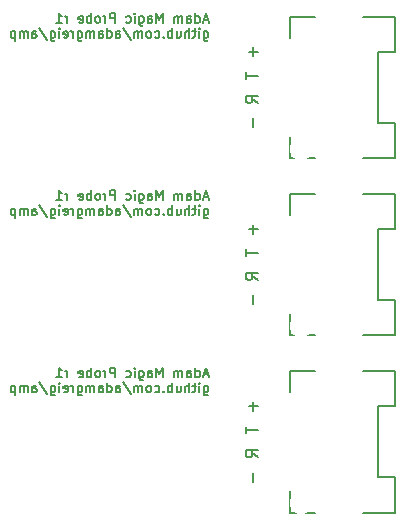
<source format=gbo>
G04 #@! TF.FileFunction,Legend,Bot*
%FSLAX46Y46*%
G04 Gerber Fmt 4.6, Leading zero omitted, Abs format (unit mm)*
G04 Created by KiCad (PCBNEW 0.201512311516+6410~40~ubuntu14.04.1-stable) date Sun 03 Jan 2016 05:14:07 GMT*
%MOMM*%
G01*
G04 APERTURE LIST*
%ADD10C,0.100000*%
%ADD11C,0.150000*%
%ADD12C,1.000000*%
%ADD13R,3.800000X1.800000*%
%ADD14C,0.900000*%
%ADD15C,1.900000*%
%ADD16R,3.000000X1.000000*%
G04 APERTURE END LIST*
D10*
D11*
X129971429Y-88119048D02*
X129971429Y-88880953D01*
X130352381Y-86809524D02*
X129876190Y-86476190D01*
X130352381Y-86238095D02*
X129352381Y-86238095D01*
X129352381Y-86619048D01*
X129400000Y-86714286D01*
X129447619Y-86761905D01*
X129542857Y-86809524D01*
X129685714Y-86809524D01*
X129780952Y-86761905D01*
X129828571Y-86714286D01*
X129876190Y-86619048D01*
X129876190Y-86238095D01*
X129352381Y-84214286D02*
X129352381Y-84785715D01*
X130352381Y-84500000D02*
X129352381Y-84500000D01*
X126147619Y-79798333D02*
X125766667Y-79798333D01*
X126223810Y-80026905D02*
X125957143Y-79226905D01*
X125690476Y-80026905D01*
X125080953Y-80026905D02*
X125080953Y-79226905D01*
X125080953Y-79988810D02*
X125157143Y-80026905D01*
X125309524Y-80026905D01*
X125385715Y-79988810D01*
X125423810Y-79950714D01*
X125461905Y-79874524D01*
X125461905Y-79645952D01*
X125423810Y-79569762D01*
X125385715Y-79531667D01*
X125309524Y-79493571D01*
X125157143Y-79493571D01*
X125080953Y-79531667D01*
X124357143Y-80026905D02*
X124357143Y-79607857D01*
X124395238Y-79531667D01*
X124471428Y-79493571D01*
X124623809Y-79493571D01*
X124700000Y-79531667D01*
X124357143Y-79988810D02*
X124433333Y-80026905D01*
X124623809Y-80026905D01*
X124700000Y-79988810D01*
X124738095Y-79912619D01*
X124738095Y-79836429D01*
X124700000Y-79760238D01*
X124623809Y-79722143D01*
X124433333Y-79722143D01*
X124357143Y-79684048D01*
X123976190Y-80026905D02*
X123976190Y-79493571D01*
X123976190Y-79569762D02*
X123938095Y-79531667D01*
X123861904Y-79493571D01*
X123747618Y-79493571D01*
X123671428Y-79531667D01*
X123633333Y-79607857D01*
X123633333Y-80026905D01*
X123633333Y-79607857D02*
X123595237Y-79531667D01*
X123519047Y-79493571D01*
X123404761Y-79493571D01*
X123328571Y-79531667D01*
X123290476Y-79607857D01*
X123290476Y-80026905D01*
X122299999Y-80026905D02*
X122299999Y-79226905D01*
X122033332Y-79798333D01*
X121766665Y-79226905D01*
X121766665Y-80026905D01*
X121042856Y-80026905D02*
X121042856Y-79607857D01*
X121080951Y-79531667D01*
X121157141Y-79493571D01*
X121309522Y-79493571D01*
X121385713Y-79531667D01*
X121042856Y-79988810D02*
X121119046Y-80026905D01*
X121309522Y-80026905D01*
X121385713Y-79988810D01*
X121423808Y-79912619D01*
X121423808Y-79836429D01*
X121385713Y-79760238D01*
X121309522Y-79722143D01*
X121119046Y-79722143D01*
X121042856Y-79684048D01*
X120319046Y-79493571D02*
X120319046Y-80141190D01*
X120357141Y-80217381D01*
X120395236Y-80255476D01*
X120471427Y-80293571D01*
X120585712Y-80293571D01*
X120661903Y-80255476D01*
X120319046Y-79988810D02*
X120395236Y-80026905D01*
X120547617Y-80026905D01*
X120623808Y-79988810D01*
X120661903Y-79950714D01*
X120699998Y-79874524D01*
X120699998Y-79645952D01*
X120661903Y-79569762D01*
X120623808Y-79531667D01*
X120547617Y-79493571D01*
X120395236Y-79493571D01*
X120319046Y-79531667D01*
X119938093Y-80026905D02*
X119938093Y-79493571D01*
X119938093Y-79226905D02*
X119976188Y-79265000D01*
X119938093Y-79303095D01*
X119899998Y-79265000D01*
X119938093Y-79226905D01*
X119938093Y-79303095D01*
X119214284Y-79988810D02*
X119290474Y-80026905D01*
X119442855Y-80026905D01*
X119519046Y-79988810D01*
X119557141Y-79950714D01*
X119595236Y-79874524D01*
X119595236Y-79645952D01*
X119557141Y-79569762D01*
X119519046Y-79531667D01*
X119442855Y-79493571D01*
X119290474Y-79493571D01*
X119214284Y-79531667D01*
X118261903Y-80026905D02*
X118261903Y-79226905D01*
X117957141Y-79226905D01*
X117880950Y-79265000D01*
X117842855Y-79303095D01*
X117804760Y-79379286D01*
X117804760Y-79493571D01*
X117842855Y-79569762D01*
X117880950Y-79607857D01*
X117957141Y-79645952D01*
X118261903Y-79645952D01*
X117461903Y-80026905D02*
X117461903Y-79493571D01*
X117461903Y-79645952D02*
X117423808Y-79569762D01*
X117385712Y-79531667D01*
X117309522Y-79493571D01*
X117233331Y-79493571D01*
X116852379Y-80026905D02*
X116928570Y-79988810D01*
X116966665Y-79950714D01*
X117004760Y-79874524D01*
X117004760Y-79645952D01*
X116966665Y-79569762D01*
X116928570Y-79531667D01*
X116852379Y-79493571D01*
X116738093Y-79493571D01*
X116661903Y-79531667D01*
X116623808Y-79569762D01*
X116585712Y-79645952D01*
X116585712Y-79874524D01*
X116623808Y-79950714D01*
X116661903Y-79988810D01*
X116738093Y-80026905D01*
X116852379Y-80026905D01*
X116242855Y-80026905D02*
X116242855Y-79226905D01*
X116242855Y-79531667D02*
X116166664Y-79493571D01*
X116014283Y-79493571D01*
X115938093Y-79531667D01*
X115899998Y-79569762D01*
X115861902Y-79645952D01*
X115861902Y-79874524D01*
X115899998Y-79950714D01*
X115938093Y-79988810D01*
X116014283Y-80026905D01*
X116166664Y-80026905D01*
X116242855Y-79988810D01*
X115214283Y-79988810D02*
X115290473Y-80026905D01*
X115442854Y-80026905D01*
X115519045Y-79988810D01*
X115557140Y-79912619D01*
X115557140Y-79607857D01*
X115519045Y-79531667D01*
X115442854Y-79493571D01*
X115290473Y-79493571D01*
X115214283Y-79531667D01*
X115176188Y-79607857D01*
X115176188Y-79684048D01*
X115557140Y-79760238D01*
X114223807Y-80026905D02*
X114223807Y-79493571D01*
X114223807Y-79645952D02*
X114185712Y-79569762D01*
X114147616Y-79531667D01*
X114071426Y-79493571D01*
X113995235Y-79493571D01*
X113309521Y-80026905D02*
X113766664Y-80026905D01*
X113538093Y-80026905D02*
X113538093Y-79226905D01*
X113614283Y-79341190D01*
X113690474Y-79417381D01*
X113766664Y-79455476D01*
X125766667Y-80763571D02*
X125766667Y-81411190D01*
X125804762Y-81487381D01*
X125842857Y-81525476D01*
X125919048Y-81563571D01*
X126033333Y-81563571D01*
X126109524Y-81525476D01*
X125766667Y-81258810D02*
X125842857Y-81296905D01*
X125995238Y-81296905D01*
X126071429Y-81258810D01*
X126109524Y-81220714D01*
X126147619Y-81144524D01*
X126147619Y-80915952D01*
X126109524Y-80839762D01*
X126071429Y-80801667D01*
X125995238Y-80763571D01*
X125842857Y-80763571D01*
X125766667Y-80801667D01*
X125385714Y-81296905D02*
X125385714Y-80763571D01*
X125385714Y-80496905D02*
X125423809Y-80535000D01*
X125385714Y-80573095D01*
X125347619Y-80535000D01*
X125385714Y-80496905D01*
X125385714Y-80573095D01*
X125119048Y-80763571D02*
X124814286Y-80763571D01*
X125004762Y-80496905D02*
X125004762Y-81182619D01*
X124966667Y-81258810D01*
X124890476Y-81296905D01*
X124814286Y-81296905D01*
X124547619Y-81296905D02*
X124547619Y-80496905D01*
X124204762Y-81296905D02*
X124204762Y-80877857D01*
X124242857Y-80801667D01*
X124319047Y-80763571D01*
X124433333Y-80763571D01*
X124509524Y-80801667D01*
X124547619Y-80839762D01*
X123480952Y-80763571D02*
X123480952Y-81296905D01*
X123823809Y-80763571D02*
X123823809Y-81182619D01*
X123785714Y-81258810D01*
X123709523Y-81296905D01*
X123595237Y-81296905D01*
X123519047Y-81258810D01*
X123480952Y-81220714D01*
X123099999Y-81296905D02*
X123099999Y-80496905D01*
X123099999Y-80801667D02*
X123023808Y-80763571D01*
X122871427Y-80763571D01*
X122795237Y-80801667D01*
X122757142Y-80839762D01*
X122719046Y-80915952D01*
X122719046Y-81144524D01*
X122757142Y-81220714D01*
X122795237Y-81258810D01*
X122871427Y-81296905D01*
X123023808Y-81296905D01*
X123099999Y-81258810D01*
X122376189Y-81220714D02*
X122338094Y-81258810D01*
X122376189Y-81296905D01*
X122414284Y-81258810D01*
X122376189Y-81220714D01*
X122376189Y-81296905D01*
X121652380Y-81258810D02*
X121728570Y-81296905D01*
X121880951Y-81296905D01*
X121957142Y-81258810D01*
X121995237Y-81220714D01*
X122033332Y-81144524D01*
X122033332Y-80915952D01*
X121995237Y-80839762D01*
X121957142Y-80801667D01*
X121880951Y-80763571D01*
X121728570Y-80763571D01*
X121652380Y-80801667D01*
X121195237Y-81296905D02*
X121271428Y-81258810D01*
X121309523Y-81220714D01*
X121347618Y-81144524D01*
X121347618Y-80915952D01*
X121309523Y-80839762D01*
X121271428Y-80801667D01*
X121195237Y-80763571D01*
X121080951Y-80763571D01*
X121004761Y-80801667D01*
X120966666Y-80839762D01*
X120928570Y-80915952D01*
X120928570Y-81144524D01*
X120966666Y-81220714D01*
X121004761Y-81258810D01*
X121080951Y-81296905D01*
X121195237Y-81296905D01*
X120585713Y-81296905D02*
X120585713Y-80763571D01*
X120585713Y-80839762D02*
X120547618Y-80801667D01*
X120471427Y-80763571D01*
X120357141Y-80763571D01*
X120280951Y-80801667D01*
X120242856Y-80877857D01*
X120242856Y-81296905D01*
X120242856Y-80877857D02*
X120204760Y-80801667D01*
X120128570Y-80763571D01*
X120014284Y-80763571D01*
X119938094Y-80801667D01*
X119899999Y-80877857D01*
X119899999Y-81296905D01*
X118947617Y-80458810D02*
X119633332Y-81487381D01*
X118338094Y-81296905D02*
X118338094Y-80877857D01*
X118376189Y-80801667D01*
X118452379Y-80763571D01*
X118604760Y-80763571D01*
X118680951Y-80801667D01*
X118338094Y-81258810D02*
X118414284Y-81296905D01*
X118604760Y-81296905D01*
X118680951Y-81258810D01*
X118719046Y-81182619D01*
X118719046Y-81106429D01*
X118680951Y-81030238D01*
X118604760Y-80992143D01*
X118414284Y-80992143D01*
X118338094Y-80954048D01*
X117614284Y-81296905D02*
X117614284Y-80496905D01*
X117614284Y-81258810D02*
X117690474Y-81296905D01*
X117842855Y-81296905D01*
X117919046Y-81258810D01*
X117957141Y-81220714D01*
X117995236Y-81144524D01*
X117995236Y-80915952D01*
X117957141Y-80839762D01*
X117919046Y-80801667D01*
X117842855Y-80763571D01*
X117690474Y-80763571D01*
X117614284Y-80801667D01*
X116890474Y-81296905D02*
X116890474Y-80877857D01*
X116928569Y-80801667D01*
X117004759Y-80763571D01*
X117157140Y-80763571D01*
X117233331Y-80801667D01*
X116890474Y-81258810D02*
X116966664Y-81296905D01*
X117157140Y-81296905D01*
X117233331Y-81258810D01*
X117271426Y-81182619D01*
X117271426Y-81106429D01*
X117233331Y-81030238D01*
X117157140Y-80992143D01*
X116966664Y-80992143D01*
X116890474Y-80954048D01*
X116509521Y-81296905D02*
X116509521Y-80763571D01*
X116509521Y-80839762D02*
X116471426Y-80801667D01*
X116395235Y-80763571D01*
X116280949Y-80763571D01*
X116204759Y-80801667D01*
X116166664Y-80877857D01*
X116166664Y-81296905D01*
X116166664Y-80877857D02*
X116128568Y-80801667D01*
X116052378Y-80763571D01*
X115938092Y-80763571D01*
X115861902Y-80801667D01*
X115823807Y-80877857D01*
X115823807Y-81296905D01*
X115099997Y-80763571D02*
X115099997Y-81411190D01*
X115138092Y-81487381D01*
X115176187Y-81525476D01*
X115252378Y-81563571D01*
X115366663Y-81563571D01*
X115442854Y-81525476D01*
X115099997Y-81258810D02*
X115176187Y-81296905D01*
X115328568Y-81296905D01*
X115404759Y-81258810D01*
X115442854Y-81220714D01*
X115480949Y-81144524D01*
X115480949Y-80915952D01*
X115442854Y-80839762D01*
X115404759Y-80801667D01*
X115328568Y-80763571D01*
X115176187Y-80763571D01*
X115099997Y-80801667D01*
X114719044Y-81296905D02*
X114719044Y-80763571D01*
X114719044Y-80915952D02*
X114680949Y-80839762D01*
X114642853Y-80801667D01*
X114566663Y-80763571D01*
X114490472Y-80763571D01*
X113919044Y-81258810D02*
X113995234Y-81296905D01*
X114147615Y-81296905D01*
X114223806Y-81258810D01*
X114261901Y-81182619D01*
X114261901Y-80877857D01*
X114223806Y-80801667D01*
X114147615Y-80763571D01*
X113995234Y-80763571D01*
X113919044Y-80801667D01*
X113880949Y-80877857D01*
X113880949Y-80954048D01*
X114261901Y-81030238D01*
X113538092Y-81296905D02*
X113538092Y-80763571D01*
X113538092Y-80496905D02*
X113576187Y-80535000D01*
X113538092Y-80573095D01*
X113499997Y-80535000D01*
X113538092Y-80496905D01*
X113538092Y-80573095D01*
X112814283Y-80763571D02*
X112814283Y-81411190D01*
X112852378Y-81487381D01*
X112890473Y-81525476D01*
X112966664Y-81563571D01*
X113080949Y-81563571D01*
X113157140Y-81525476D01*
X112814283Y-81258810D02*
X112890473Y-81296905D01*
X113042854Y-81296905D01*
X113119045Y-81258810D01*
X113157140Y-81220714D01*
X113195235Y-81144524D01*
X113195235Y-80915952D01*
X113157140Y-80839762D01*
X113119045Y-80801667D01*
X113042854Y-80763571D01*
X112890473Y-80763571D01*
X112814283Y-80801667D01*
X111861901Y-80458810D02*
X112547616Y-81487381D01*
X111252378Y-81296905D02*
X111252378Y-80877857D01*
X111290473Y-80801667D01*
X111366663Y-80763571D01*
X111519044Y-80763571D01*
X111595235Y-80801667D01*
X111252378Y-81258810D02*
X111328568Y-81296905D01*
X111519044Y-81296905D01*
X111595235Y-81258810D01*
X111633330Y-81182619D01*
X111633330Y-81106429D01*
X111595235Y-81030238D01*
X111519044Y-80992143D01*
X111328568Y-80992143D01*
X111252378Y-80954048D01*
X110871425Y-81296905D02*
X110871425Y-80763571D01*
X110871425Y-80839762D02*
X110833330Y-80801667D01*
X110757139Y-80763571D01*
X110642853Y-80763571D01*
X110566663Y-80801667D01*
X110528568Y-80877857D01*
X110528568Y-81296905D01*
X110528568Y-80877857D02*
X110490472Y-80801667D01*
X110414282Y-80763571D01*
X110299996Y-80763571D01*
X110223806Y-80801667D01*
X110185711Y-80877857D01*
X110185711Y-81296905D01*
X109804758Y-80763571D02*
X109804758Y-81563571D01*
X109804758Y-80801667D02*
X109728567Y-80763571D01*
X109576186Y-80763571D01*
X109499996Y-80801667D01*
X109461901Y-80839762D01*
X109423805Y-80915952D01*
X109423805Y-81144524D01*
X109461901Y-81220714D01*
X109499996Y-81258810D01*
X109576186Y-81296905D01*
X109728567Y-81296905D01*
X109804758Y-81258810D01*
X129971429Y-82119048D02*
X129971429Y-82880953D01*
X130352381Y-82500001D02*
X129590476Y-82500001D01*
X129971429Y-103119048D02*
X129971429Y-103880953D01*
X130352381Y-101809524D02*
X129876190Y-101476190D01*
X130352381Y-101238095D02*
X129352381Y-101238095D01*
X129352381Y-101619048D01*
X129400000Y-101714286D01*
X129447619Y-101761905D01*
X129542857Y-101809524D01*
X129685714Y-101809524D01*
X129780952Y-101761905D01*
X129828571Y-101714286D01*
X129876190Y-101619048D01*
X129876190Y-101238095D01*
X129352381Y-99214286D02*
X129352381Y-99785715D01*
X130352381Y-99500000D02*
X129352381Y-99500000D01*
X126147619Y-94798333D02*
X125766667Y-94798333D01*
X126223810Y-95026905D02*
X125957143Y-94226905D01*
X125690476Y-95026905D01*
X125080953Y-95026905D02*
X125080953Y-94226905D01*
X125080953Y-94988810D02*
X125157143Y-95026905D01*
X125309524Y-95026905D01*
X125385715Y-94988810D01*
X125423810Y-94950714D01*
X125461905Y-94874524D01*
X125461905Y-94645952D01*
X125423810Y-94569762D01*
X125385715Y-94531667D01*
X125309524Y-94493571D01*
X125157143Y-94493571D01*
X125080953Y-94531667D01*
X124357143Y-95026905D02*
X124357143Y-94607857D01*
X124395238Y-94531667D01*
X124471428Y-94493571D01*
X124623809Y-94493571D01*
X124700000Y-94531667D01*
X124357143Y-94988810D02*
X124433333Y-95026905D01*
X124623809Y-95026905D01*
X124700000Y-94988810D01*
X124738095Y-94912619D01*
X124738095Y-94836429D01*
X124700000Y-94760238D01*
X124623809Y-94722143D01*
X124433333Y-94722143D01*
X124357143Y-94684048D01*
X123976190Y-95026905D02*
X123976190Y-94493571D01*
X123976190Y-94569762D02*
X123938095Y-94531667D01*
X123861904Y-94493571D01*
X123747618Y-94493571D01*
X123671428Y-94531667D01*
X123633333Y-94607857D01*
X123633333Y-95026905D01*
X123633333Y-94607857D02*
X123595237Y-94531667D01*
X123519047Y-94493571D01*
X123404761Y-94493571D01*
X123328571Y-94531667D01*
X123290476Y-94607857D01*
X123290476Y-95026905D01*
X122299999Y-95026905D02*
X122299999Y-94226905D01*
X122033332Y-94798333D01*
X121766665Y-94226905D01*
X121766665Y-95026905D01*
X121042856Y-95026905D02*
X121042856Y-94607857D01*
X121080951Y-94531667D01*
X121157141Y-94493571D01*
X121309522Y-94493571D01*
X121385713Y-94531667D01*
X121042856Y-94988810D02*
X121119046Y-95026905D01*
X121309522Y-95026905D01*
X121385713Y-94988810D01*
X121423808Y-94912619D01*
X121423808Y-94836429D01*
X121385713Y-94760238D01*
X121309522Y-94722143D01*
X121119046Y-94722143D01*
X121042856Y-94684048D01*
X120319046Y-94493571D02*
X120319046Y-95141190D01*
X120357141Y-95217381D01*
X120395236Y-95255476D01*
X120471427Y-95293571D01*
X120585712Y-95293571D01*
X120661903Y-95255476D01*
X120319046Y-94988810D02*
X120395236Y-95026905D01*
X120547617Y-95026905D01*
X120623808Y-94988810D01*
X120661903Y-94950714D01*
X120699998Y-94874524D01*
X120699998Y-94645952D01*
X120661903Y-94569762D01*
X120623808Y-94531667D01*
X120547617Y-94493571D01*
X120395236Y-94493571D01*
X120319046Y-94531667D01*
X119938093Y-95026905D02*
X119938093Y-94493571D01*
X119938093Y-94226905D02*
X119976188Y-94265000D01*
X119938093Y-94303095D01*
X119899998Y-94265000D01*
X119938093Y-94226905D01*
X119938093Y-94303095D01*
X119214284Y-94988810D02*
X119290474Y-95026905D01*
X119442855Y-95026905D01*
X119519046Y-94988810D01*
X119557141Y-94950714D01*
X119595236Y-94874524D01*
X119595236Y-94645952D01*
X119557141Y-94569762D01*
X119519046Y-94531667D01*
X119442855Y-94493571D01*
X119290474Y-94493571D01*
X119214284Y-94531667D01*
X118261903Y-95026905D02*
X118261903Y-94226905D01*
X117957141Y-94226905D01*
X117880950Y-94265000D01*
X117842855Y-94303095D01*
X117804760Y-94379286D01*
X117804760Y-94493571D01*
X117842855Y-94569762D01*
X117880950Y-94607857D01*
X117957141Y-94645952D01*
X118261903Y-94645952D01*
X117461903Y-95026905D02*
X117461903Y-94493571D01*
X117461903Y-94645952D02*
X117423808Y-94569762D01*
X117385712Y-94531667D01*
X117309522Y-94493571D01*
X117233331Y-94493571D01*
X116852379Y-95026905D02*
X116928570Y-94988810D01*
X116966665Y-94950714D01*
X117004760Y-94874524D01*
X117004760Y-94645952D01*
X116966665Y-94569762D01*
X116928570Y-94531667D01*
X116852379Y-94493571D01*
X116738093Y-94493571D01*
X116661903Y-94531667D01*
X116623808Y-94569762D01*
X116585712Y-94645952D01*
X116585712Y-94874524D01*
X116623808Y-94950714D01*
X116661903Y-94988810D01*
X116738093Y-95026905D01*
X116852379Y-95026905D01*
X116242855Y-95026905D02*
X116242855Y-94226905D01*
X116242855Y-94531667D02*
X116166664Y-94493571D01*
X116014283Y-94493571D01*
X115938093Y-94531667D01*
X115899998Y-94569762D01*
X115861902Y-94645952D01*
X115861902Y-94874524D01*
X115899998Y-94950714D01*
X115938093Y-94988810D01*
X116014283Y-95026905D01*
X116166664Y-95026905D01*
X116242855Y-94988810D01*
X115214283Y-94988810D02*
X115290473Y-95026905D01*
X115442854Y-95026905D01*
X115519045Y-94988810D01*
X115557140Y-94912619D01*
X115557140Y-94607857D01*
X115519045Y-94531667D01*
X115442854Y-94493571D01*
X115290473Y-94493571D01*
X115214283Y-94531667D01*
X115176188Y-94607857D01*
X115176188Y-94684048D01*
X115557140Y-94760238D01*
X114223807Y-95026905D02*
X114223807Y-94493571D01*
X114223807Y-94645952D02*
X114185712Y-94569762D01*
X114147616Y-94531667D01*
X114071426Y-94493571D01*
X113995235Y-94493571D01*
X113309521Y-95026905D02*
X113766664Y-95026905D01*
X113538093Y-95026905D02*
X113538093Y-94226905D01*
X113614283Y-94341190D01*
X113690474Y-94417381D01*
X113766664Y-94455476D01*
X125766667Y-95763571D02*
X125766667Y-96411190D01*
X125804762Y-96487381D01*
X125842857Y-96525476D01*
X125919048Y-96563571D01*
X126033333Y-96563571D01*
X126109524Y-96525476D01*
X125766667Y-96258810D02*
X125842857Y-96296905D01*
X125995238Y-96296905D01*
X126071429Y-96258810D01*
X126109524Y-96220714D01*
X126147619Y-96144524D01*
X126147619Y-95915952D01*
X126109524Y-95839762D01*
X126071429Y-95801667D01*
X125995238Y-95763571D01*
X125842857Y-95763571D01*
X125766667Y-95801667D01*
X125385714Y-96296905D02*
X125385714Y-95763571D01*
X125385714Y-95496905D02*
X125423809Y-95535000D01*
X125385714Y-95573095D01*
X125347619Y-95535000D01*
X125385714Y-95496905D01*
X125385714Y-95573095D01*
X125119048Y-95763571D02*
X124814286Y-95763571D01*
X125004762Y-95496905D02*
X125004762Y-96182619D01*
X124966667Y-96258810D01*
X124890476Y-96296905D01*
X124814286Y-96296905D01*
X124547619Y-96296905D02*
X124547619Y-95496905D01*
X124204762Y-96296905D02*
X124204762Y-95877857D01*
X124242857Y-95801667D01*
X124319047Y-95763571D01*
X124433333Y-95763571D01*
X124509524Y-95801667D01*
X124547619Y-95839762D01*
X123480952Y-95763571D02*
X123480952Y-96296905D01*
X123823809Y-95763571D02*
X123823809Y-96182619D01*
X123785714Y-96258810D01*
X123709523Y-96296905D01*
X123595237Y-96296905D01*
X123519047Y-96258810D01*
X123480952Y-96220714D01*
X123099999Y-96296905D02*
X123099999Y-95496905D01*
X123099999Y-95801667D02*
X123023808Y-95763571D01*
X122871427Y-95763571D01*
X122795237Y-95801667D01*
X122757142Y-95839762D01*
X122719046Y-95915952D01*
X122719046Y-96144524D01*
X122757142Y-96220714D01*
X122795237Y-96258810D01*
X122871427Y-96296905D01*
X123023808Y-96296905D01*
X123099999Y-96258810D01*
X122376189Y-96220714D02*
X122338094Y-96258810D01*
X122376189Y-96296905D01*
X122414284Y-96258810D01*
X122376189Y-96220714D01*
X122376189Y-96296905D01*
X121652380Y-96258810D02*
X121728570Y-96296905D01*
X121880951Y-96296905D01*
X121957142Y-96258810D01*
X121995237Y-96220714D01*
X122033332Y-96144524D01*
X122033332Y-95915952D01*
X121995237Y-95839762D01*
X121957142Y-95801667D01*
X121880951Y-95763571D01*
X121728570Y-95763571D01*
X121652380Y-95801667D01*
X121195237Y-96296905D02*
X121271428Y-96258810D01*
X121309523Y-96220714D01*
X121347618Y-96144524D01*
X121347618Y-95915952D01*
X121309523Y-95839762D01*
X121271428Y-95801667D01*
X121195237Y-95763571D01*
X121080951Y-95763571D01*
X121004761Y-95801667D01*
X120966666Y-95839762D01*
X120928570Y-95915952D01*
X120928570Y-96144524D01*
X120966666Y-96220714D01*
X121004761Y-96258810D01*
X121080951Y-96296905D01*
X121195237Y-96296905D01*
X120585713Y-96296905D02*
X120585713Y-95763571D01*
X120585713Y-95839762D02*
X120547618Y-95801667D01*
X120471427Y-95763571D01*
X120357141Y-95763571D01*
X120280951Y-95801667D01*
X120242856Y-95877857D01*
X120242856Y-96296905D01*
X120242856Y-95877857D02*
X120204760Y-95801667D01*
X120128570Y-95763571D01*
X120014284Y-95763571D01*
X119938094Y-95801667D01*
X119899999Y-95877857D01*
X119899999Y-96296905D01*
X118947617Y-95458810D02*
X119633332Y-96487381D01*
X118338094Y-96296905D02*
X118338094Y-95877857D01*
X118376189Y-95801667D01*
X118452379Y-95763571D01*
X118604760Y-95763571D01*
X118680951Y-95801667D01*
X118338094Y-96258810D02*
X118414284Y-96296905D01*
X118604760Y-96296905D01*
X118680951Y-96258810D01*
X118719046Y-96182619D01*
X118719046Y-96106429D01*
X118680951Y-96030238D01*
X118604760Y-95992143D01*
X118414284Y-95992143D01*
X118338094Y-95954048D01*
X117614284Y-96296905D02*
X117614284Y-95496905D01*
X117614284Y-96258810D02*
X117690474Y-96296905D01*
X117842855Y-96296905D01*
X117919046Y-96258810D01*
X117957141Y-96220714D01*
X117995236Y-96144524D01*
X117995236Y-95915952D01*
X117957141Y-95839762D01*
X117919046Y-95801667D01*
X117842855Y-95763571D01*
X117690474Y-95763571D01*
X117614284Y-95801667D01*
X116890474Y-96296905D02*
X116890474Y-95877857D01*
X116928569Y-95801667D01*
X117004759Y-95763571D01*
X117157140Y-95763571D01*
X117233331Y-95801667D01*
X116890474Y-96258810D02*
X116966664Y-96296905D01*
X117157140Y-96296905D01*
X117233331Y-96258810D01*
X117271426Y-96182619D01*
X117271426Y-96106429D01*
X117233331Y-96030238D01*
X117157140Y-95992143D01*
X116966664Y-95992143D01*
X116890474Y-95954048D01*
X116509521Y-96296905D02*
X116509521Y-95763571D01*
X116509521Y-95839762D02*
X116471426Y-95801667D01*
X116395235Y-95763571D01*
X116280949Y-95763571D01*
X116204759Y-95801667D01*
X116166664Y-95877857D01*
X116166664Y-96296905D01*
X116166664Y-95877857D02*
X116128568Y-95801667D01*
X116052378Y-95763571D01*
X115938092Y-95763571D01*
X115861902Y-95801667D01*
X115823807Y-95877857D01*
X115823807Y-96296905D01*
X115099997Y-95763571D02*
X115099997Y-96411190D01*
X115138092Y-96487381D01*
X115176187Y-96525476D01*
X115252378Y-96563571D01*
X115366663Y-96563571D01*
X115442854Y-96525476D01*
X115099997Y-96258810D02*
X115176187Y-96296905D01*
X115328568Y-96296905D01*
X115404759Y-96258810D01*
X115442854Y-96220714D01*
X115480949Y-96144524D01*
X115480949Y-95915952D01*
X115442854Y-95839762D01*
X115404759Y-95801667D01*
X115328568Y-95763571D01*
X115176187Y-95763571D01*
X115099997Y-95801667D01*
X114719044Y-96296905D02*
X114719044Y-95763571D01*
X114719044Y-95915952D02*
X114680949Y-95839762D01*
X114642853Y-95801667D01*
X114566663Y-95763571D01*
X114490472Y-95763571D01*
X113919044Y-96258810D02*
X113995234Y-96296905D01*
X114147615Y-96296905D01*
X114223806Y-96258810D01*
X114261901Y-96182619D01*
X114261901Y-95877857D01*
X114223806Y-95801667D01*
X114147615Y-95763571D01*
X113995234Y-95763571D01*
X113919044Y-95801667D01*
X113880949Y-95877857D01*
X113880949Y-95954048D01*
X114261901Y-96030238D01*
X113538092Y-96296905D02*
X113538092Y-95763571D01*
X113538092Y-95496905D02*
X113576187Y-95535000D01*
X113538092Y-95573095D01*
X113499997Y-95535000D01*
X113538092Y-95496905D01*
X113538092Y-95573095D01*
X112814283Y-95763571D02*
X112814283Y-96411190D01*
X112852378Y-96487381D01*
X112890473Y-96525476D01*
X112966664Y-96563571D01*
X113080949Y-96563571D01*
X113157140Y-96525476D01*
X112814283Y-96258810D02*
X112890473Y-96296905D01*
X113042854Y-96296905D01*
X113119045Y-96258810D01*
X113157140Y-96220714D01*
X113195235Y-96144524D01*
X113195235Y-95915952D01*
X113157140Y-95839762D01*
X113119045Y-95801667D01*
X113042854Y-95763571D01*
X112890473Y-95763571D01*
X112814283Y-95801667D01*
X111861901Y-95458810D02*
X112547616Y-96487381D01*
X111252378Y-96296905D02*
X111252378Y-95877857D01*
X111290473Y-95801667D01*
X111366663Y-95763571D01*
X111519044Y-95763571D01*
X111595235Y-95801667D01*
X111252378Y-96258810D02*
X111328568Y-96296905D01*
X111519044Y-96296905D01*
X111595235Y-96258810D01*
X111633330Y-96182619D01*
X111633330Y-96106429D01*
X111595235Y-96030238D01*
X111519044Y-95992143D01*
X111328568Y-95992143D01*
X111252378Y-95954048D01*
X110871425Y-96296905D02*
X110871425Y-95763571D01*
X110871425Y-95839762D02*
X110833330Y-95801667D01*
X110757139Y-95763571D01*
X110642853Y-95763571D01*
X110566663Y-95801667D01*
X110528568Y-95877857D01*
X110528568Y-96296905D01*
X110528568Y-95877857D02*
X110490472Y-95801667D01*
X110414282Y-95763571D01*
X110299996Y-95763571D01*
X110223806Y-95801667D01*
X110185711Y-95877857D01*
X110185711Y-96296905D01*
X109804758Y-95763571D02*
X109804758Y-96563571D01*
X109804758Y-95801667D02*
X109728567Y-95763571D01*
X109576186Y-95763571D01*
X109499996Y-95801667D01*
X109461901Y-95839762D01*
X109423805Y-95915952D01*
X109423805Y-96144524D01*
X109461901Y-96220714D01*
X109499996Y-96258810D01*
X109576186Y-96296905D01*
X109728567Y-96296905D01*
X109804758Y-96258810D01*
X129971429Y-97119048D02*
X129971429Y-97880953D01*
X130352381Y-97500001D02*
X129590476Y-97500001D01*
X129971429Y-118119048D02*
X129971429Y-118880953D01*
X130352381Y-116809524D02*
X129876190Y-116476190D01*
X130352381Y-116238095D02*
X129352381Y-116238095D01*
X129352381Y-116619048D01*
X129400000Y-116714286D01*
X129447619Y-116761905D01*
X129542857Y-116809524D01*
X129685714Y-116809524D01*
X129780952Y-116761905D01*
X129828571Y-116714286D01*
X129876190Y-116619048D01*
X129876190Y-116238095D01*
X129352381Y-114214286D02*
X129352381Y-114785715D01*
X130352381Y-114500000D02*
X129352381Y-114500000D01*
X126147619Y-109798333D02*
X125766667Y-109798333D01*
X126223810Y-110026905D02*
X125957143Y-109226905D01*
X125690476Y-110026905D01*
X125080953Y-110026905D02*
X125080953Y-109226905D01*
X125080953Y-109988810D02*
X125157143Y-110026905D01*
X125309524Y-110026905D01*
X125385715Y-109988810D01*
X125423810Y-109950714D01*
X125461905Y-109874524D01*
X125461905Y-109645952D01*
X125423810Y-109569762D01*
X125385715Y-109531667D01*
X125309524Y-109493571D01*
X125157143Y-109493571D01*
X125080953Y-109531667D01*
X124357143Y-110026905D02*
X124357143Y-109607857D01*
X124395238Y-109531667D01*
X124471428Y-109493571D01*
X124623809Y-109493571D01*
X124700000Y-109531667D01*
X124357143Y-109988810D02*
X124433333Y-110026905D01*
X124623809Y-110026905D01*
X124700000Y-109988810D01*
X124738095Y-109912619D01*
X124738095Y-109836429D01*
X124700000Y-109760238D01*
X124623809Y-109722143D01*
X124433333Y-109722143D01*
X124357143Y-109684048D01*
X123976190Y-110026905D02*
X123976190Y-109493571D01*
X123976190Y-109569762D02*
X123938095Y-109531667D01*
X123861904Y-109493571D01*
X123747618Y-109493571D01*
X123671428Y-109531667D01*
X123633333Y-109607857D01*
X123633333Y-110026905D01*
X123633333Y-109607857D02*
X123595237Y-109531667D01*
X123519047Y-109493571D01*
X123404761Y-109493571D01*
X123328571Y-109531667D01*
X123290476Y-109607857D01*
X123290476Y-110026905D01*
X122299999Y-110026905D02*
X122299999Y-109226905D01*
X122033332Y-109798333D01*
X121766665Y-109226905D01*
X121766665Y-110026905D01*
X121042856Y-110026905D02*
X121042856Y-109607857D01*
X121080951Y-109531667D01*
X121157141Y-109493571D01*
X121309522Y-109493571D01*
X121385713Y-109531667D01*
X121042856Y-109988810D02*
X121119046Y-110026905D01*
X121309522Y-110026905D01*
X121385713Y-109988810D01*
X121423808Y-109912619D01*
X121423808Y-109836429D01*
X121385713Y-109760238D01*
X121309522Y-109722143D01*
X121119046Y-109722143D01*
X121042856Y-109684048D01*
X120319046Y-109493571D02*
X120319046Y-110141190D01*
X120357141Y-110217381D01*
X120395236Y-110255476D01*
X120471427Y-110293571D01*
X120585712Y-110293571D01*
X120661903Y-110255476D01*
X120319046Y-109988810D02*
X120395236Y-110026905D01*
X120547617Y-110026905D01*
X120623808Y-109988810D01*
X120661903Y-109950714D01*
X120699998Y-109874524D01*
X120699998Y-109645952D01*
X120661903Y-109569762D01*
X120623808Y-109531667D01*
X120547617Y-109493571D01*
X120395236Y-109493571D01*
X120319046Y-109531667D01*
X119938093Y-110026905D02*
X119938093Y-109493571D01*
X119938093Y-109226905D02*
X119976188Y-109265000D01*
X119938093Y-109303095D01*
X119899998Y-109265000D01*
X119938093Y-109226905D01*
X119938093Y-109303095D01*
X119214284Y-109988810D02*
X119290474Y-110026905D01*
X119442855Y-110026905D01*
X119519046Y-109988810D01*
X119557141Y-109950714D01*
X119595236Y-109874524D01*
X119595236Y-109645952D01*
X119557141Y-109569762D01*
X119519046Y-109531667D01*
X119442855Y-109493571D01*
X119290474Y-109493571D01*
X119214284Y-109531667D01*
X118261903Y-110026905D02*
X118261903Y-109226905D01*
X117957141Y-109226905D01*
X117880950Y-109265000D01*
X117842855Y-109303095D01*
X117804760Y-109379286D01*
X117804760Y-109493571D01*
X117842855Y-109569762D01*
X117880950Y-109607857D01*
X117957141Y-109645952D01*
X118261903Y-109645952D01*
X117461903Y-110026905D02*
X117461903Y-109493571D01*
X117461903Y-109645952D02*
X117423808Y-109569762D01*
X117385712Y-109531667D01*
X117309522Y-109493571D01*
X117233331Y-109493571D01*
X116852379Y-110026905D02*
X116928570Y-109988810D01*
X116966665Y-109950714D01*
X117004760Y-109874524D01*
X117004760Y-109645952D01*
X116966665Y-109569762D01*
X116928570Y-109531667D01*
X116852379Y-109493571D01*
X116738093Y-109493571D01*
X116661903Y-109531667D01*
X116623808Y-109569762D01*
X116585712Y-109645952D01*
X116585712Y-109874524D01*
X116623808Y-109950714D01*
X116661903Y-109988810D01*
X116738093Y-110026905D01*
X116852379Y-110026905D01*
X116242855Y-110026905D02*
X116242855Y-109226905D01*
X116242855Y-109531667D02*
X116166664Y-109493571D01*
X116014283Y-109493571D01*
X115938093Y-109531667D01*
X115899998Y-109569762D01*
X115861902Y-109645952D01*
X115861902Y-109874524D01*
X115899998Y-109950714D01*
X115938093Y-109988810D01*
X116014283Y-110026905D01*
X116166664Y-110026905D01*
X116242855Y-109988810D01*
X115214283Y-109988810D02*
X115290473Y-110026905D01*
X115442854Y-110026905D01*
X115519045Y-109988810D01*
X115557140Y-109912619D01*
X115557140Y-109607857D01*
X115519045Y-109531667D01*
X115442854Y-109493571D01*
X115290473Y-109493571D01*
X115214283Y-109531667D01*
X115176188Y-109607857D01*
X115176188Y-109684048D01*
X115557140Y-109760238D01*
X114223807Y-110026905D02*
X114223807Y-109493571D01*
X114223807Y-109645952D02*
X114185712Y-109569762D01*
X114147616Y-109531667D01*
X114071426Y-109493571D01*
X113995235Y-109493571D01*
X113309521Y-110026905D02*
X113766664Y-110026905D01*
X113538093Y-110026905D02*
X113538093Y-109226905D01*
X113614283Y-109341190D01*
X113690474Y-109417381D01*
X113766664Y-109455476D01*
X125766667Y-110763571D02*
X125766667Y-111411190D01*
X125804762Y-111487381D01*
X125842857Y-111525476D01*
X125919048Y-111563571D01*
X126033333Y-111563571D01*
X126109524Y-111525476D01*
X125766667Y-111258810D02*
X125842857Y-111296905D01*
X125995238Y-111296905D01*
X126071429Y-111258810D01*
X126109524Y-111220714D01*
X126147619Y-111144524D01*
X126147619Y-110915952D01*
X126109524Y-110839762D01*
X126071429Y-110801667D01*
X125995238Y-110763571D01*
X125842857Y-110763571D01*
X125766667Y-110801667D01*
X125385714Y-111296905D02*
X125385714Y-110763571D01*
X125385714Y-110496905D02*
X125423809Y-110535000D01*
X125385714Y-110573095D01*
X125347619Y-110535000D01*
X125385714Y-110496905D01*
X125385714Y-110573095D01*
X125119048Y-110763571D02*
X124814286Y-110763571D01*
X125004762Y-110496905D02*
X125004762Y-111182619D01*
X124966667Y-111258810D01*
X124890476Y-111296905D01*
X124814286Y-111296905D01*
X124547619Y-111296905D02*
X124547619Y-110496905D01*
X124204762Y-111296905D02*
X124204762Y-110877857D01*
X124242857Y-110801667D01*
X124319047Y-110763571D01*
X124433333Y-110763571D01*
X124509524Y-110801667D01*
X124547619Y-110839762D01*
X123480952Y-110763571D02*
X123480952Y-111296905D01*
X123823809Y-110763571D02*
X123823809Y-111182619D01*
X123785714Y-111258810D01*
X123709523Y-111296905D01*
X123595237Y-111296905D01*
X123519047Y-111258810D01*
X123480952Y-111220714D01*
X123099999Y-111296905D02*
X123099999Y-110496905D01*
X123099999Y-110801667D02*
X123023808Y-110763571D01*
X122871427Y-110763571D01*
X122795237Y-110801667D01*
X122757142Y-110839762D01*
X122719046Y-110915952D01*
X122719046Y-111144524D01*
X122757142Y-111220714D01*
X122795237Y-111258810D01*
X122871427Y-111296905D01*
X123023808Y-111296905D01*
X123099999Y-111258810D01*
X122376189Y-111220714D02*
X122338094Y-111258810D01*
X122376189Y-111296905D01*
X122414284Y-111258810D01*
X122376189Y-111220714D01*
X122376189Y-111296905D01*
X121652380Y-111258810D02*
X121728570Y-111296905D01*
X121880951Y-111296905D01*
X121957142Y-111258810D01*
X121995237Y-111220714D01*
X122033332Y-111144524D01*
X122033332Y-110915952D01*
X121995237Y-110839762D01*
X121957142Y-110801667D01*
X121880951Y-110763571D01*
X121728570Y-110763571D01*
X121652380Y-110801667D01*
X121195237Y-111296905D02*
X121271428Y-111258810D01*
X121309523Y-111220714D01*
X121347618Y-111144524D01*
X121347618Y-110915952D01*
X121309523Y-110839762D01*
X121271428Y-110801667D01*
X121195237Y-110763571D01*
X121080951Y-110763571D01*
X121004761Y-110801667D01*
X120966666Y-110839762D01*
X120928570Y-110915952D01*
X120928570Y-111144524D01*
X120966666Y-111220714D01*
X121004761Y-111258810D01*
X121080951Y-111296905D01*
X121195237Y-111296905D01*
X120585713Y-111296905D02*
X120585713Y-110763571D01*
X120585713Y-110839762D02*
X120547618Y-110801667D01*
X120471427Y-110763571D01*
X120357141Y-110763571D01*
X120280951Y-110801667D01*
X120242856Y-110877857D01*
X120242856Y-111296905D01*
X120242856Y-110877857D02*
X120204760Y-110801667D01*
X120128570Y-110763571D01*
X120014284Y-110763571D01*
X119938094Y-110801667D01*
X119899999Y-110877857D01*
X119899999Y-111296905D01*
X118947617Y-110458810D02*
X119633332Y-111487381D01*
X118338094Y-111296905D02*
X118338094Y-110877857D01*
X118376189Y-110801667D01*
X118452379Y-110763571D01*
X118604760Y-110763571D01*
X118680951Y-110801667D01*
X118338094Y-111258810D02*
X118414284Y-111296905D01*
X118604760Y-111296905D01*
X118680951Y-111258810D01*
X118719046Y-111182619D01*
X118719046Y-111106429D01*
X118680951Y-111030238D01*
X118604760Y-110992143D01*
X118414284Y-110992143D01*
X118338094Y-110954048D01*
X117614284Y-111296905D02*
X117614284Y-110496905D01*
X117614284Y-111258810D02*
X117690474Y-111296905D01*
X117842855Y-111296905D01*
X117919046Y-111258810D01*
X117957141Y-111220714D01*
X117995236Y-111144524D01*
X117995236Y-110915952D01*
X117957141Y-110839762D01*
X117919046Y-110801667D01*
X117842855Y-110763571D01*
X117690474Y-110763571D01*
X117614284Y-110801667D01*
X116890474Y-111296905D02*
X116890474Y-110877857D01*
X116928569Y-110801667D01*
X117004759Y-110763571D01*
X117157140Y-110763571D01*
X117233331Y-110801667D01*
X116890474Y-111258810D02*
X116966664Y-111296905D01*
X117157140Y-111296905D01*
X117233331Y-111258810D01*
X117271426Y-111182619D01*
X117271426Y-111106429D01*
X117233331Y-111030238D01*
X117157140Y-110992143D01*
X116966664Y-110992143D01*
X116890474Y-110954048D01*
X116509521Y-111296905D02*
X116509521Y-110763571D01*
X116509521Y-110839762D02*
X116471426Y-110801667D01*
X116395235Y-110763571D01*
X116280949Y-110763571D01*
X116204759Y-110801667D01*
X116166664Y-110877857D01*
X116166664Y-111296905D01*
X116166664Y-110877857D02*
X116128568Y-110801667D01*
X116052378Y-110763571D01*
X115938092Y-110763571D01*
X115861902Y-110801667D01*
X115823807Y-110877857D01*
X115823807Y-111296905D01*
X115099997Y-110763571D02*
X115099997Y-111411190D01*
X115138092Y-111487381D01*
X115176187Y-111525476D01*
X115252378Y-111563571D01*
X115366663Y-111563571D01*
X115442854Y-111525476D01*
X115099997Y-111258810D02*
X115176187Y-111296905D01*
X115328568Y-111296905D01*
X115404759Y-111258810D01*
X115442854Y-111220714D01*
X115480949Y-111144524D01*
X115480949Y-110915952D01*
X115442854Y-110839762D01*
X115404759Y-110801667D01*
X115328568Y-110763571D01*
X115176187Y-110763571D01*
X115099997Y-110801667D01*
X114719044Y-111296905D02*
X114719044Y-110763571D01*
X114719044Y-110915952D02*
X114680949Y-110839762D01*
X114642853Y-110801667D01*
X114566663Y-110763571D01*
X114490472Y-110763571D01*
X113919044Y-111258810D02*
X113995234Y-111296905D01*
X114147615Y-111296905D01*
X114223806Y-111258810D01*
X114261901Y-111182619D01*
X114261901Y-110877857D01*
X114223806Y-110801667D01*
X114147615Y-110763571D01*
X113995234Y-110763571D01*
X113919044Y-110801667D01*
X113880949Y-110877857D01*
X113880949Y-110954048D01*
X114261901Y-111030238D01*
X113538092Y-111296905D02*
X113538092Y-110763571D01*
X113538092Y-110496905D02*
X113576187Y-110535000D01*
X113538092Y-110573095D01*
X113499997Y-110535000D01*
X113538092Y-110496905D01*
X113538092Y-110573095D01*
X112814283Y-110763571D02*
X112814283Y-111411190D01*
X112852378Y-111487381D01*
X112890473Y-111525476D01*
X112966664Y-111563571D01*
X113080949Y-111563571D01*
X113157140Y-111525476D01*
X112814283Y-111258810D02*
X112890473Y-111296905D01*
X113042854Y-111296905D01*
X113119045Y-111258810D01*
X113157140Y-111220714D01*
X113195235Y-111144524D01*
X113195235Y-110915952D01*
X113157140Y-110839762D01*
X113119045Y-110801667D01*
X113042854Y-110763571D01*
X112890473Y-110763571D01*
X112814283Y-110801667D01*
X111861901Y-110458810D02*
X112547616Y-111487381D01*
X111252378Y-111296905D02*
X111252378Y-110877857D01*
X111290473Y-110801667D01*
X111366663Y-110763571D01*
X111519044Y-110763571D01*
X111595235Y-110801667D01*
X111252378Y-111258810D02*
X111328568Y-111296905D01*
X111519044Y-111296905D01*
X111595235Y-111258810D01*
X111633330Y-111182619D01*
X111633330Y-111106429D01*
X111595235Y-111030238D01*
X111519044Y-110992143D01*
X111328568Y-110992143D01*
X111252378Y-110954048D01*
X110871425Y-111296905D02*
X110871425Y-110763571D01*
X110871425Y-110839762D02*
X110833330Y-110801667D01*
X110757139Y-110763571D01*
X110642853Y-110763571D01*
X110566663Y-110801667D01*
X110528568Y-110877857D01*
X110528568Y-111296905D01*
X110528568Y-110877857D02*
X110490472Y-110801667D01*
X110414282Y-110763571D01*
X110299996Y-110763571D01*
X110223806Y-110801667D01*
X110185711Y-110877857D01*
X110185711Y-111296905D01*
X109804758Y-110763571D02*
X109804758Y-111563571D01*
X109804758Y-110801667D02*
X109728567Y-110763571D01*
X109576186Y-110763571D01*
X109499996Y-110801667D01*
X109461901Y-110839762D01*
X109423805Y-110915952D01*
X109423805Y-111144524D01*
X109461901Y-111220714D01*
X109499996Y-111258810D01*
X109576186Y-111296905D01*
X109728567Y-111296905D01*
X109804758Y-111258810D01*
X129971429Y-112119048D02*
X129971429Y-112880953D01*
X130352381Y-112500001D02*
X129590476Y-112500001D01*
X141950000Y-91500000D02*
X141950000Y-88500000D01*
X141950000Y-88500000D02*
X140550000Y-88500000D01*
X140550000Y-88500000D02*
X140550000Y-82500000D01*
X140550000Y-82500000D02*
X141950000Y-82500000D01*
X141950000Y-82500000D02*
X141950000Y-79500000D01*
X141950000Y-79500000D02*
X139300000Y-79500000D01*
X141950000Y-91500000D02*
X139300000Y-91500000D01*
X133050000Y-79500000D02*
X135200000Y-79500000D01*
X133050000Y-79500000D02*
X133050000Y-81300000D01*
X133050000Y-91500000D02*
X135200000Y-91500000D01*
X133050000Y-91500000D02*
X133050000Y-89700000D01*
X141950000Y-106500000D02*
X141950000Y-103500000D01*
X141950000Y-103500000D02*
X140550000Y-103500000D01*
X140550000Y-103500000D02*
X140550000Y-97500000D01*
X140550000Y-97500000D02*
X141950000Y-97500000D01*
X141950000Y-97500000D02*
X141950000Y-94500000D01*
X141950000Y-94500000D02*
X139300000Y-94500000D01*
X141950000Y-106500000D02*
X139300000Y-106500000D01*
X133050000Y-94500000D02*
X135200000Y-94500000D01*
X133050000Y-94500000D02*
X133050000Y-96300000D01*
X133050000Y-106500000D02*
X135200000Y-106500000D01*
X133050000Y-106500000D02*
X133050000Y-104700000D01*
X141950000Y-121500000D02*
X141950000Y-118500000D01*
X141950000Y-118500000D02*
X140550000Y-118500000D01*
X140550000Y-118500000D02*
X140550000Y-112500000D01*
X140550000Y-112500000D02*
X141950000Y-112500000D01*
X141950000Y-112500000D02*
X141950000Y-109500000D01*
X141950000Y-109500000D02*
X139300000Y-109500000D01*
X141950000Y-121500000D02*
X139300000Y-121500000D01*
X133050000Y-109500000D02*
X135200000Y-109500000D01*
X133050000Y-109500000D02*
X133050000Y-111300000D01*
X133050000Y-121500000D02*
X135200000Y-121500000D01*
X133050000Y-121500000D02*
X133050000Y-119700000D01*
%LPC*%
D12*
X110500000Y-83275000D03*
X110500000Y-87725000D03*
X113635000Y-86710000D03*
X112619000Y-91790000D03*
X114651000Y-91790000D03*
D13*
X137250000Y-80150000D03*
X137250000Y-90850000D03*
D14*
X134000000Y-80300000D03*
D15*
X134000000Y-90700000D03*
D16*
X132650000Y-82500000D03*
X132650000Y-84500000D03*
X132650000Y-86500000D03*
X132650000Y-88500000D03*
D12*
X110500000Y-98275000D03*
X110500000Y-102725000D03*
X113635000Y-101710000D03*
X112619000Y-106790000D03*
X114651000Y-106790000D03*
D13*
X137250000Y-95150000D03*
X137250000Y-105850000D03*
D14*
X134000000Y-95300000D03*
D15*
X134000000Y-105700000D03*
D16*
X132650000Y-97500000D03*
X132650000Y-99500000D03*
X132650000Y-101500000D03*
X132650000Y-103500000D03*
D12*
X110500000Y-113275000D03*
X110500000Y-117725000D03*
X113635000Y-116710000D03*
X112619000Y-121790000D03*
X114651000Y-121790000D03*
D13*
X137250000Y-110150000D03*
X137250000Y-120850000D03*
D14*
X134000000Y-110300000D03*
D15*
X134000000Y-120700000D03*
D16*
X132650000Y-112500000D03*
X132650000Y-114500000D03*
X132650000Y-116500000D03*
X132650000Y-118500000D03*
M02*

</source>
